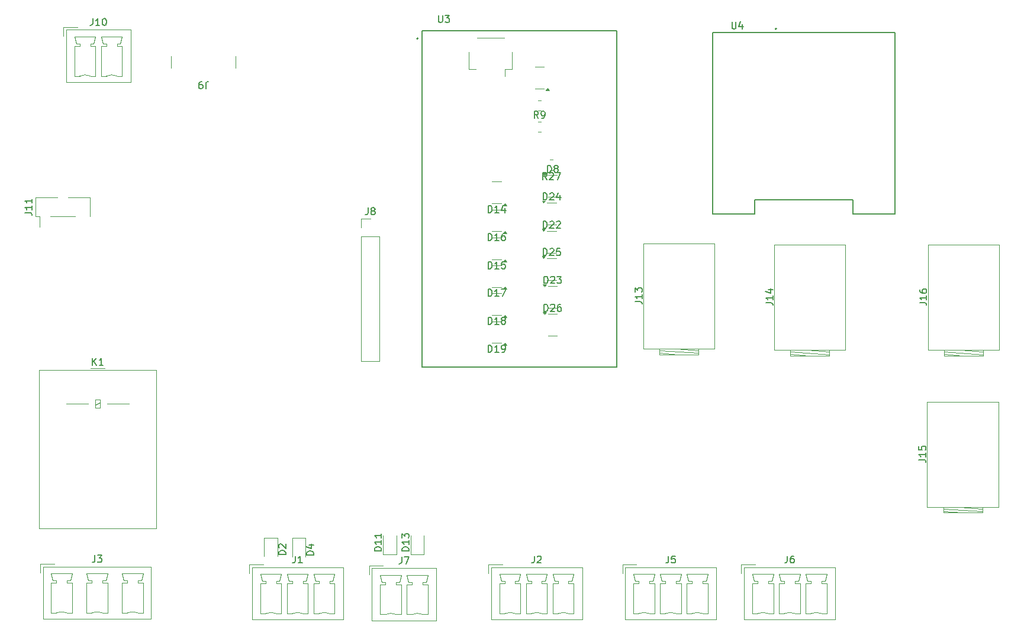
<source format=gbr>
%TF.GenerationSoftware,KiCad,Pcbnew,8.0.3*%
%TF.CreationDate,2024-07-13T16:10:20+00:00*%
%TF.ProjectId,jacuzzi,6a616375-7a7a-4692-9e6b-696361645f70,rev?*%
%TF.SameCoordinates,Original*%
%TF.FileFunction,Legend,Top*%
%TF.FilePolarity,Positive*%
%FSLAX46Y46*%
G04 Gerber Fmt 4.6, Leading zero omitted, Abs format (unit mm)*
G04 Created by KiCad (PCBNEW 8.0.3) date 2024-07-13 16:10:20*
%MOMM*%
%LPD*%
G01*
G04 APERTURE LIST*
%ADD10C,0.150000*%
%ADD11C,0.120000*%
%ADD12C,0.127000*%
%ADD13C,0.200000*%
G04 APERTURE END LIST*
D10*
X82071905Y-96154819D02*
X82071905Y-95154819D01*
X82643333Y-96154819D02*
X82214762Y-95583390D01*
X82643333Y-95154819D02*
X82071905Y-95726247D01*
X83595714Y-96154819D02*
X83024286Y-96154819D01*
X83310000Y-96154819D02*
X83310000Y-95154819D01*
X83310000Y-95154819D02*
X83214762Y-95297676D01*
X83214762Y-95297676D02*
X83119524Y-95392914D01*
X83119524Y-95392914D02*
X83024286Y-95440533D01*
X138658214Y-94304819D02*
X138658214Y-93304819D01*
X138658214Y-93304819D02*
X138896309Y-93304819D01*
X138896309Y-93304819D02*
X139039166Y-93352438D01*
X139039166Y-93352438D02*
X139134404Y-93447676D01*
X139134404Y-93447676D02*
X139182023Y-93542914D01*
X139182023Y-93542914D02*
X139229642Y-93733390D01*
X139229642Y-93733390D02*
X139229642Y-93876247D01*
X139229642Y-93876247D02*
X139182023Y-94066723D01*
X139182023Y-94066723D02*
X139134404Y-94161961D01*
X139134404Y-94161961D02*
X139039166Y-94257200D01*
X139039166Y-94257200D02*
X138896309Y-94304819D01*
X138896309Y-94304819D02*
X138658214Y-94304819D01*
X140182023Y-94304819D02*
X139610595Y-94304819D01*
X139896309Y-94304819D02*
X139896309Y-93304819D01*
X139896309Y-93304819D02*
X139801071Y-93447676D01*
X139801071Y-93447676D02*
X139705833Y-93542914D01*
X139705833Y-93542914D02*
X139610595Y-93590533D01*
X140658214Y-94304819D02*
X140848690Y-94304819D01*
X140848690Y-94304819D02*
X140943928Y-94257200D01*
X140943928Y-94257200D02*
X140991547Y-94209580D01*
X140991547Y-94209580D02*
X141086785Y-94066723D01*
X141086785Y-94066723D02*
X141134404Y-93876247D01*
X141134404Y-93876247D02*
X141134404Y-93495295D01*
X141134404Y-93495295D02*
X141086785Y-93400057D01*
X141086785Y-93400057D02*
X141039166Y-93352438D01*
X141039166Y-93352438D02*
X140943928Y-93304819D01*
X140943928Y-93304819D02*
X140753452Y-93304819D01*
X140753452Y-93304819D02*
X140658214Y-93352438D01*
X140658214Y-93352438D02*
X140610595Y-93400057D01*
X140610595Y-93400057D02*
X140562976Y-93495295D01*
X140562976Y-93495295D02*
X140562976Y-93733390D01*
X140562976Y-93733390D02*
X140610595Y-93828628D01*
X140610595Y-93828628D02*
X140658214Y-93876247D01*
X140658214Y-93876247D02*
X140753452Y-93923866D01*
X140753452Y-93923866D02*
X140943928Y-93923866D01*
X140943928Y-93923866D02*
X141039166Y-93876247D01*
X141039166Y-93876247D02*
X141086785Y-93828628D01*
X141086785Y-93828628D02*
X141134404Y-93733390D01*
X147134405Y-68554819D02*
X147134405Y-67554819D01*
X147134405Y-67554819D02*
X147372500Y-67554819D01*
X147372500Y-67554819D02*
X147515357Y-67602438D01*
X147515357Y-67602438D02*
X147610595Y-67697676D01*
X147610595Y-67697676D02*
X147658214Y-67792914D01*
X147658214Y-67792914D02*
X147705833Y-67983390D01*
X147705833Y-67983390D02*
X147705833Y-68126247D01*
X147705833Y-68126247D02*
X147658214Y-68316723D01*
X147658214Y-68316723D02*
X147610595Y-68411961D01*
X147610595Y-68411961D02*
X147515357Y-68507200D01*
X147515357Y-68507200D02*
X147372500Y-68554819D01*
X147372500Y-68554819D02*
X147134405Y-68554819D01*
X148277262Y-67983390D02*
X148182024Y-67935771D01*
X148182024Y-67935771D02*
X148134405Y-67888152D01*
X148134405Y-67888152D02*
X148086786Y-67792914D01*
X148086786Y-67792914D02*
X148086786Y-67745295D01*
X148086786Y-67745295D02*
X148134405Y-67650057D01*
X148134405Y-67650057D02*
X148182024Y-67602438D01*
X148182024Y-67602438D02*
X148277262Y-67554819D01*
X148277262Y-67554819D02*
X148467738Y-67554819D01*
X148467738Y-67554819D02*
X148562976Y-67602438D01*
X148562976Y-67602438D02*
X148610595Y-67650057D01*
X148610595Y-67650057D02*
X148658214Y-67745295D01*
X148658214Y-67745295D02*
X148658214Y-67792914D01*
X148658214Y-67792914D02*
X148610595Y-67888152D01*
X148610595Y-67888152D02*
X148562976Y-67935771D01*
X148562976Y-67935771D02*
X148467738Y-67983390D01*
X148467738Y-67983390D02*
X148277262Y-67983390D01*
X148277262Y-67983390D02*
X148182024Y-68031009D01*
X148182024Y-68031009D02*
X148134405Y-68078628D01*
X148134405Y-68078628D02*
X148086786Y-68173866D01*
X148086786Y-68173866D02*
X148086786Y-68364342D01*
X148086786Y-68364342D02*
X148134405Y-68459580D01*
X148134405Y-68459580D02*
X148182024Y-68507200D01*
X148182024Y-68507200D02*
X148277262Y-68554819D01*
X148277262Y-68554819D02*
X148467738Y-68554819D01*
X148467738Y-68554819D02*
X148562976Y-68507200D01*
X148562976Y-68507200D02*
X148610595Y-68459580D01*
X148610595Y-68459580D02*
X148658214Y-68364342D01*
X148658214Y-68364342D02*
X148658214Y-68173866D01*
X148658214Y-68173866D02*
X148610595Y-68078628D01*
X148610595Y-68078628D02*
X148562976Y-68031009D01*
X148562976Y-68031009D02*
X148467738Y-67983390D01*
X178364819Y-87209523D02*
X179079104Y-87209523D01*
X179079104Y-87209523D02*
X179221961Y-87257142D01*
X179221961Y-87257142D02*
X179317200Y-87352380D01*
X179317200Y-87352380D02*
X179364819Y-87495237D01*
X179364819Y-87495237D02*
X179364819Y-87590475D01*
X179364819Y-86209523D02*
X179364819Y-86780951D01*
X179364819Y-86495237D02*
X178364819Y-86495237D01*
X178364819Y-86495237D02*
X178507676Y-86590475D01*
X178507676Y-86590475D02*
X178602914Y-86685713D01*
X178602914Y-86685713D02*
X178650533Y-86780951D01*
X178698152Y-85352380D02*
X179364819Y-85352380D01*
X178317200Y-85590475D02*
X179031485Y-85828570D01*
X179031485Y-85828570D02*
X179031485Y-85209523D01*
X72394819Y-74309523D02*
X73109104Y-74309523D01*
X73109104Y-74309523D02*
X73251961Y-74357142D01*
X73251961Y-74357142D02*
X73347200Y-74452380D01*
X73347200Y-74452380D02*
X73394819Y-74595237D01*
X73394819Y-74595237D02*
X73394819Y-74690475D01*
X73394819Y-73309523D02*
X73394819Y-73880951D01*
X73394819Y-73595237D02*
X72394819Y-73595237D01*
X72394819Y-73595237D02*
X72537676Y-73690475D01*
X72537676Y-73690475D02*
X72632914Y-73785713D01*
X72632914Y-73785713D02*
X72680533Y-73880951D01*
X73394819Y-72357142D02*
X73394819Y-72928570D01*
X73394819Y-72642856D02*
X72394819Y-72642856D01*
X72394819Y-72642856D02*
X72537676Y-72738094D01*
X72537676Y-72738094D02*
X72632914Y-72833332D01*
X72632914Y-72833332D02*
X72680533Y-72928570D01*
X82396666Y-123404819D02*
X82396666Y-124119104D01*
X82396666Y-124119104D02*
X82349047Y-124261961D01*
X82349047Y-124261961D02*
X82253809Y-124357200D01*
X82253809Y-124357200D02*
X82110952Y-124404819D01*
X82110952Y-124404819D02*
X82015714Y-124404819D01*
X82777619Y-123404819D02*
X83396666Y-123404819D01*
X83396666Y-123404819D02*
X83063333Y-123785771D01*
X83063333Y-123785771D02*
X83206190Y-123785771D01*
X83206190Y-123785771D02*
X83301428Y-123833390D01*
X83301428Y-123833390D02*
X83349047Y-123881009D01*
X83349047Y-123881009D02*
X83396666Y-123976247D01*
X83396666Y-123976247D02*
X83396666Y-124214342D01*
X83396666Y-124214342D02*
X83349047Y-124309580D01*
X83349047Y-124309580D02*
X83301428Y-124357200D01*
X83301428Y-124357200D02*
X83206190Y-124404819D01*
X83206190Y-124404819D02*
X82920476Y-124404819D01*
X82920476Y-124404819D02*
X82825238Y-124357200D01*
X82825238Y-124357200D02*
X82777619Y-124309580D01*
X146533214Y-76554819D02*
X146533214Y-75554819D01*
X146533214Y-75554819D02*
X146771309Y-75554819D01*
X146771309Y-75554819D02*
X146914166Y-75602438D01*
X146914166Y-75602438D02*
X147009404Y-75697676D01*
X147009404Y-75697676D02*
X147057023Y-75792914D01*
X147057023Y-75792914D02*
X147104642Y-75983390D01*
X147104642Y-75983390D02*
X147104642Y-76126247D01*
X147104642Y-76126247D02*
X147057023Y-76316723D01*
X147057023Y-76316723D02*
X147009404Y-76411961D01*
X147009404Y-76411961D02*
X146914166Y-76507200D01*
X146914166Y-76507200D02*
X146771309Y-76554819D01*
X146771309Y-76554819D02*
X146533214Y-76554819D01*
X147485595Y-75650057D02*
X147533214Y-75602438D01*
X147533214Y-75602438D02*
X147628452Y-75554819D01*
X147628452Y-75554819D02*
X147866547Y-75554819D01*
X147866547Y-75554819D02*
X147961785Y-75602438D01*
X147961785Y-75602438D02*
X148009404Y-75650057D01*
X148009404Y-75650057D02*
X148057023Y-75745295D01*
X148057023Y-75745295D02*
X148057023Y-75840533D01*
X148057023Y-75840533D02*
X148009404Y-75983390D01*
X148009404Y-75983390D02*
X147437976Y-76554819D01*
X147437976Y-76554819D02*
X148057023Y-76554819D01*
X148437976Y-75650057D02*
X148485595Y-75602438D01*
X148485595Y-75602438D02*
X148580833Y-75554819D01*
X148580833Y-75554819D02*
X148818928Y-75554819D01*
X148818928Y-75554819D02*
X148914166Y-75602438D01*
X148914166Y-75602438D02*
X148961785Y-75650057D01*
X148961785Y-75650057D02*
X149009404Y-75745295D01*
X149009404Y-75745295D02*
X149009404Y-75840533D01*
X149009404Y-75840533D02*
X148961785Y-75983390D01*
X148961785Y-75983390D02*
X148390357Y-76554819D01*
X148390357Y-76554819D02*
X149009404Y-76554819D01*
X131553095Y-46054819D02*
X131553095Y-46864342D01*
X131553095Y-46864342D02*
X131600714Y-46959580D01*
X131600714Y-46959580D02*
X131648333Y-47007200D01*
X131648333Y-47007200D02*
X131743571Y-47054819D01*
X131743571Y-47054819D02*
X131934047Y-47054819D01*
X131934047Y-47054819D02*
X132029285Y-47007200D01*
X132029285Y-47007200D02*
X132076904Y-46959580D01*
X132076904Y-46959580D02*
X132124523Y-46864342D01*
X132124523Y-46864342D02*
X132124523Y-46054819D01*
X132505476Y-46054819D02*
X133124523Y-46054819D01*
X133124523Y-46054819D02*
X132791190Y-46435771D01*
X132791190Y-46435771D02*
X132934047Y-46435771D01*
X132934047Y-46435771D02*
X133029285Y-46483390D01*
X133029285Y-46483390D02*
X133076904Y-46531009D01*
X133076904Y-46531009D02*
X133124523Y-46626247D01*
X133124523Y-46626247D02*
X133124523Y-46864342D01*
X133124523Y-46864342D02*
X133076904Y-46959580D01*
X133076904Y-46959580D02*
X133029285Y-47007200D01*
X133029285Y-47007200D02*
X132934047Y-47054819D01*
X132934047Y-47054819D02*
X132648333Y-47054819D01*
X132648333Y-47054819D02*
X132553095Y-47007200D01*
X132553095Y-47007200D02*
X132505476Y-46959580D01*
X145833333Y-60804819D02*
X145500000Y-60328628D01*
X145261905Y-60804819D02*
X145261905Y-59804819D01*
X145261905Y-59804819D02*
X145642857Y-59804819D01*
X145642857Y-59804819D02*
X145738095Y-59852438D01*
X145738095Y-59852438D02*
X145785714Y-59900057D01*
X145785714Y-59900057D02*
X145833333Y-59995295D01*
X145833333Y-59995295D02*
X145833333Y-60138152D01*
X145833333Y-60138152D02*
X145785714Y-60233390D01*
X145785714Y-60233390D02*
X145738095Y-60281009D01*
X145738095Y-60281009D02*
X145642857Y-60328628D01*
X145642857Y-60328628D02*
X145261905Y-60328628D01*
X146309524Y-60804819D02*
X146500000Y-60804819D01*
X146500000Y-60804819D02*
X146595238Y-60757200D01*
X146595238Y-60757200D02*
X146642857Y-60709580D01*
X146642857Y-60709580D02*
X146738095Y-60566723D01*
X146738095Y-60566723D02*
X146785714Y-60376247D01*
X146785714Y-60376247D02*
X146785714Y-59995295D01*
X146785714Y-59995295D02*
X146738095Y-59900057D01*
X146738095Y-59900057D02*
X146690476Y-59852438D01*
X146690476Y-59852438D02*
X146595238Y-59804819D01*
X146595238Y-59804819D02*
X146404762Y-59804819D01*
X146404762Y-59804819D02*
X146309524Y-59852438D01*
X146309524Y-59852438D02*
X146261905Y-59900057D01*
X146261905Y-59900057D02*
X146214286Y-59995295D01*
X146214286Y-59995295D02*
X146214286Y-60233390D01*
X146214286Y-60233390D02*
X146261905Y-60328628D01*
X146261905Y-60328628D02*
X146309524Y-60376247D01*
X146309524Y-60376247D02*
X146404762Y-60423866D01*
X146404762Y-60423866D02*
X146595238Y-60423866D01*
X146595238Y-60423866D02*
X146690476Y-60376247D01*
X146690476Y-60376247D02*
X146738095Y-60328628D01*
X146738095Y-60328628D02*
X146785714Y-60233390D01*
X138658214Y-90304819D02*
X138658214Y-89304819D01*
X138658214Y-89304819D02*
X138896309Y-89304819D01*
X138896309Y-89304819D02*
X139039166Y-89352438D01*
X139039166Y-89352438D02*
X139134404Y-89447676D01*
X139134404Y-89447676D02*
X139182023Y-89542914D01*
X139182023Y-89542914D02*
X139229642Y-89733390D01*
X139229642Y-89733390D02*
X139229642Y-89876247D01*
X139229642Y-89876247D02*
X139182023Y-90066723D01*
X139182023Y-90066723D02*
X139134404Y-90161961D01*
X139134404Y-90161961D02*
X139039166Y-90257200D01*
X139039166Y-90257200D02*
X138896309Y-90304819D01*
X138896309Y-90304819D02*
X138658214Y-90304819D01*
X140182023Y-90304819D02*
X139610595Y-90304819D01*
X139896309Y-90304819D02*
X139896309Y-89304819D01*
X139896309Y-89304819D02*
X139801071Y-89447676D01*
X139801071Y-89447676D02*
X139705833Y-89542914D01*
X139705833Y-89542914D02*
X139610595Y-89590533D01*
X140753452Y-89733390D02*
X140658214Y-89685771D01*
X140658214Y-89685771D02*
X140610595Y-89638152D01*
X140610595Y-89638152D02*
X140562976Y-89542914D01*
X140562976Y-89542914D02*
X140562976Y-89495295D01*
X140562976Y-89495295D02*
X140610595Y-89400057D01*
X140610595Y-89400057D02*
X140658214Y-89352438D01*
X140658214Y-89352438D02*
X140753452Y-89304819D01*
X140753452Y-89304819D02*
X140943928Y-89304819D01*
X140943928Y-89304819D02*
X141039166Y-89352438D01*
X141039166Y-89352438D02*
X141086785Y-89400057D01*
X141086785Y-89400057D02*
X141134404Y-89495295D01*
X141134404Y-89495295D02*
X141134404Y-89542914D01*
X141134404Y-89542914D02*
X141086785Y-89638152D01*
X141086785Y-89638152D02*
X141039166Y-89685771D01*
X141039166Y-89685771D02*
X140943928Y-89733390D01*
X140943928Y-89733390D02*
X140753452Y-89733390D01*
X140753452Y-89733390D02*
X140658214Y-89781009D01*
X140658214Y-89781009D02*
X140610595Y-89828628D01*
X140610595Y-89828628D02*
X140562976Y-89923866D01*
X140562976Y-89923866D02*
X140562976Y-90114342D01*
X140562976Y-90114342D02*
X140610595Y-90209580D01*
X140610595Y-90209580D02*
X140658214Y-90257200D01*
X140658214Y-90257200D02*
X140753452Y-90304819D01*
X140753452Y-90304819D02*
X140943928Y-90304819D01*
X140943928Y-90304819D02*
X141039166Y-90257200D01*
X141039166Y-90257200D02*
X141086785Y-90209580D01*
X141086785Y-90209580D02*
X141134404Y-90114342D01*
X141134404Y-90114342D02*
X141134404Y-89923866D01*
X141134404Y-89923866D02*
X141086785Y-89828628D01*
X141086785Y-89828628D02*
X141039166Y-89781009D01*
X141039166Y-89781009D02*
X140943928Y-89733390D01*
X200264819Y-109709523D02*
X200979104Y-109709523D01*
X200979104Y-109709523D02*
X201121961Y-109757142D01*
X201121961Y-109757142D02*
X201217200Y-109852380D01*
X201217200Y-109852380D02*
X201264819Y-109995237D01*
X201264819Y-109995237D02*
X201264819Y-110090475D01*
X201264819Y-108709523D02*
X201264819Y-109280951D01*
X201264819Y-108995237D02*
X200264819Y-108995237D01*
X200264819Y-108995237D02*
X200407676Y-109090475D01*
X200407676Y-109090475D02*
X200502914Y-109185713D01*
X200502914Y-109185713D02*
X200550533Y-109280951D01*
X200264819Y-107804761D02*
X200264819Y-108280951D01*
X200264819Y-108280951D02*
X200741009Y-108328570D01*
X200741009Y-108328570D02*
X200693390Y-108280951D01*
X200693390Y-108280951D02*
X200645771Y-108185713D01*
X200645771Y-108185713D02*
X200645771Y-107947618D01*
X200645771Y-107947618D02*
X200693390Y-107852380D01*
X200693390Y-107852380D02*
X200741009Y-107804761D01*
X200741009Y-107804761D02*
X200836247Y-107757142D01*
X200836247Y-107757142D02*
X201074342Y-107757142D01*
X201074342Y-107757142D02*
X201169580Y-107804761D01*
X201169580Y-107804761D02*
X201217200Y-107852380D01*
X201217200Y-107852380D02*
X201264819Y-107947618D01*
X201264819Y-107947618D02*
X201264819Y-108185713D01*
X201264819Y-108185713D02*
X201217200Y-108280951D01*
X201217200Y-108280951D02*
X201169580Y-108328570D01*
X127339819Y-122776785D02*
X126339819Y-122776785D01*
X126339819Y-122776785D02*
X126339819Y-122538690D01*
X126339819Y-122538690D02*
X126387438Y-122395833D01*
X126387438Y-122395833D02*
X126482676Y-122300595D01*
X126482676Y-122300595D02*
X126577914Y-122252976D01*
X126577914Y-122252976D02*
X126768390Y-122205357D01*
X126768390Y-122205357D02*
X126911247Y-122205357D01*
X126911247Y-122205357D02*
X127101723Y-122252976D01*
X127101723Y-122252976D02*
X127196961Y-122300595D01*
X127196961Y-122300595D02*
X127292200Y-122395833D01*
X127292200Y-122395833D02*
X127339819Y-122538690D01*
X127339819Y-122538690D02*
X127339819Y-122776785D01*
X127339819Y-121252976D02*
X127339819Y-121824404D01*
X127339819Y-121538690D02*
X126339819Y-121538690D01*
X126339819Y-121538690D02*
X126482676Y-121633928D01*
X126482676Y-121633928D02*
X126577914Y-121729166D01*
X126577914Y-121729166D02*
X126625533Y-121824404D01*
X126339819Y-120919642D02*
X126339819Y-120300595D01*
X126339819Y-120300595D02*
X126720771Y-120633928D01*
X126720771Y-120633928D02*
X126720771Y-120491071D01*
X126720771Y-120491071D02*
X126768390Y-120395833D01*
X126768390Y-120395833D02*
X126816009Y-120348214D01*
X126816009Y-120348214D02*
X126911247Y-120300595D01*
X126911247Y-120300595D02*
X127149342Y-120300595D01*
X127149342Y-120300595D02*
X127244580Y-120348214D01*
X127244580Y-120348214D02*
X127292200Y-120395833D01*
X127292200Y-120395833D02*
X127339819Y-120491071D01*
X127339819Y-120491071D02*
X127339819Y-120776785D01*
X127339819Y-120776785D02*
X127292200Y-120872023D01*
X127292200Y-120872023D02*
X127244580Y-120919642D01*
X123389819Y-122776785D02*
X122389819Y-122776785D01*
X122389819Y-122776785D02*
X122389819Y-122538690D01*
X122389819Y-122538690D02*
X122437438Y-122395833D01*
X122437438Y-122395833D02*
X122532676Y-122300595D01*
X122532676Y-122300595D02*
X122627914Y-122252976D01*
X122627914Y-122252976D02*
X122818390Y-122205357D01*
X122818390Y-122205357D02*
X122961247Y-122205357D01*
X122961247Y-122205357D02*
X123151723Y-122252976D01*
X123151723Y-122252976D02*
X123246961Y-122300595D01*
X123246961Y-122300595D02*
X123342200Y-122395833D01*
X123342200Y-122395833D02*
X123389819Y-122538690D01*
X123389819Y-122538690D02*
X123389819Y-122776785D01*
X123389819Y-121252976D02*
X123389819Y-121824404D01*
X123389819Y-121538690D02*
X122389819Y-121538690D01*
X122389819Y-121538690D02*
X122532676Y-121633928D01*
X122532676Y-121633928D02*
X122627914Y-121729166D01*
X122627914Y-121729166D02*
X122675533Y-121824404D01*
X123389819Y-120300595D02*
X123389819Y-120872023D01*
X123389819Y-120586309D02*
X122389819Y-120586309D01*
X122389819Y-120586309D02*
X122532676Y-120681547D01*
X122532676Y-120681547D02*
X122627914Y-120776785D01*
X122627914Y-120776785D02*
X122675533Y-120872023D01*
X111061666Y-123504819D02*
X111061666Y-124219104D01*
X111061666Y-124219104D02*
X111014047Y-124361961D01*
X111014047Y-124361961D02*
X110918809Y-124457200D01*
X110918809Y-124457200D02*
X110775952Y-124504819D01*
X110775952Y-124504819D02*
X110680714Y-124504819D01*
X112061666Y-124504819D02*
X111490238Y-124504819D01*
X111775952Y-124504819D02*
X111775952Y-123504819D01*
X111775952Y-123504819D02*
X111680714Y-123647676D01*
X111680714Y-123647676D02*
X111585476Y-123742914D01*
X111585476Y-123742914D02*
X111490238Y-123790533D01*
X164441666Y-123504819D02*
X164441666Y-124219104D01*
X164441666Y-124219104D02*
X164394047Y-124361961D01*
X164394047Y-124361961D02*
X164298809Y-124457200D01*
X164298809Y-124457200D02*
X164155952Y-124504819D01*
X164155952Y-124504819D02*
X164060714Y-124504819D01*
X165394047Y-123504819D02*
X164917857Y-123504819D01*
X164917857Y-123504819D02*
X164870238Y-123981009D01*
X164870238Y-123981009D02*
X164917857Y-123933390D01*
X164917857Y-123933390D02*
X165013095Y-123885771D01*
X165013095Y-123885771D02*
X165251190Y-123885771D01*
X165251190Y-123885771D02*
X165346428Y-123933390D01*
X165346428Y-123933390D02*
X165394047Y-123981009D01*
X165394047Y-123981009D02*
X165441666Y-124076247D01*
X165441666Y-124076247D02*
X165441666Y-124314342D01*
X165441666Y-124314342D02*
X165394047Y-124409580D01*
X165394047Y-124409580D02*
X165346428Y-124457200D01*
X165346428Y-124457200D02*
X165251190Y-124504819D01*
X165251190Y-124504819D02*
X165013095Y-124504819D01*
X165013095Y-124504819D02*
X164917857Y-124457200D01*
X164917857Y-124457200D02*
X164870238Y-124409580D01*
X200364819Y-87209523D02*
X201079104Y-87209523D01*
X201079104Y-87209523D02*
X201221961Y-87257142D01*
X201221961Y-87257142D02*
X201317200Y-87352380D01*
X201317200Y-87352380D02*
X201364819Y-87495237D01*
X201364819Y-87495237D02*
X201364819Y-87590475D01*
X201364819Y-86209523D02*
X201364819Y-86780951D01*
X201364819Y-86495237D02*
X200364819Y-86495237D01*
X200364819Y-86495237D02*
X200507676Y-86590475D01*
X200507676Y-86590475D02*
X200602914Y-86685713D01*
X200602914Y-86685713D02*
X200650533Y-86780951D01*
X200364819Y-85352380D02*
X200364819Y-85542856D01*
X200364819Y-85542856D02*
X200412438Y-85638094D01*
X200412438Y-85638094D02*
X200460057Y-85685713D01*
X200460057Y-85685713D02*
X200602914Y-85780951D01*
X200602914Y-85780951D02*
X200793390Y-85828570D01*
X200793390Y-85828570D02*
X201174342Y-85828570D01*
X201174342Y-85828570D02*
X201269580Y-85780951D01*
X201269580Y-85780951D02*
X201317200Y-85733332D01*
X201317200Y-85733332D02*
X201364819Y-85638094D01*
X201364819Y-85638094D02*
X201364819Y-85447618D01*
X201364819Y-85447618D02*
X201317200Y-85352380D01*
X201317200Y-85352380D02*
X201269580Y-85304761D01*
X201269580Y-85304761D02*
X201174342Y-85257142D01*
X201174342Y-85257142D02*
X200936247Y-85257142D01*
X200936247Y-85257142D02*
X200841009Y-85304761D01*
X200841009Y-85304761D02*
X200793390Y-85352380D01*
X200793390Y-85352380D02*
X200745771Y-85447618D01*
X200745771Y-85447618D02*
X200745771Y-85638094D01*
X200745771Y-85638094D02*
X200793390Y-85733332D01*
X200793390Y-85733332D02*
X200841009Y-85780951D01*
X200841009Y-85780951D02*
X200936247Y-85828570D01*
X109689819Y-123300594D02*
X108689819Y-123300594D01*
X108689819Y-123300594D02*
X108689819Y-123062499D01*
X108689819Y-123062499D02*
X108737438Y-122919642D01*
X108737438Y-122919642D02*
X108832676Y-122824404D01*
X108832676Y-122824404D02*
X108927914Y-122776785D01*
X108927914Y-122776785D02*
X109118390Y-122729166D01*
X109118390Y-122729166D02*
X109261247Y-122729166D01*
X109261247Y-122729166D02*
X109451723Y-122776785D01*
X109451723Y-122776785D02*
X109546961Y-122824404D01*
X109546961Y-122824404D02*
X109642200Y-122919642D01*
X109642200Y-122919642D02*
X109689819Y-123062499D01*
X109689819Y-123062499D02*
X109689819Y-123300594D01*
X108785057Y-122348213D02*
X108737438Y-122300594D01*
X108737438Y-122300594D02*
X108689819Y-122205356D01*
X108689819Y-122205356D02*
X108689819Y-121967261D01*
X108689819Y-121967261D02*
X108737438Y-121872023D01*
X108737438Y-121872023D02*
X108785057Y-121824404D01*
X108785057Y-121824404D02*
X108880295Y-121776785D01*
X108880295Y-121776785D02*
X108975533Y-121776785D01*
X108975533Y-121776785D02*
X109118390Y-121824404D01*
X109118390Y-121824404D02*
X109689819Y-122395832D01*
X109689819Y-122395832D02*
X109689819Y-121776785D01*
X126291666Y-123629819D02*
X126291666Y-124344104D01*
X126291666Y-124344104D02*
X126244047Y-124486961D01*
X126244047Y-124486961D02*
X126148809Y-124582200D01*
X126148809Y-124582200D02*
X126005952Y-124629819D01*
X126005952Y-124629819D02*
X125910714Y-124629819D01*
X126672619Y-123629819D02*
X127339285Y-123629819D01*
X127339285Y-123629819D02*
X126910714Y-124629819D01*
X138658214Y-82354819D02*
X138658214Y-81354819D01*
X138658214Y-81354819D02*
X138896309Y-81354819D01*
X138896309Y-81354819D02*
X139039166Y-81402438D01*
X139039166Y-81402438D02*
X139134404Y-81497676D01*
X139134404Y-81497676D02*
X139182023Y-81592914D01*
X139182023Y-81592914D02*
X139229642Y-81783390D01*
X139229642Y-81783390D02*
X139229642Y-81926247D01*
X139229642Y-81926247D02*
X139182023Y-82116723D01*
X139182023Y-82116723D02*
X139134404Y-82211961D01*
X139134404Y-82211961D02*
X139039166Y-82307200D01*
X139039166Y-82307200D02*
X138896309Y-82354819D01*
X138896309Y-82354819D02*
X138658214Y-82354819D01*
X140182023Y-82354819D02*
X139610595Y-82354819D01*
X139896309Y-82354819D02*
X139896309Y-81354819D01*
X139896309Y-81354819D02*
X139801071Y-81497676D01*
X139801071Y-81497676D02*
X139705833Y-81592914D01*
X139705833Y-81592914D02*
X139610595Y-81640533D01*
X141086785Y-81354819D02*
X140610595Y-81354819D01*
X140610595Y-81354819D02*
X140562976Y-81831009D01*
X140562976Y-81831009D02*
X140610595Y-81783390D01*
X140610595Y-81783390D02*
X140705833Y-81735771D01*
X140705833Y-81735771D02*
X140943928Y-81735771D01*
X140943928Y-81735771D02*
X141039166Y-81783390D01*
X141039166Y-81783390D02*
X141086785Y-81831009D01*
X141086785Y-81831009D02*
X141134404Y-81926247D01*
X141134404Y-81926247D02*
X141134404Y-82164342D01*
X141134404Y-82164342D02*
X141086785Y-82259580D01*
X141086785Y-82259580D02*
X141039166Y-82307200D01*
X141039166Y-82307200D02*
X140943928Y-82354819D01*
X140943928Y-82354819D02*
X140705833Y-82354819D01*
X140705833Y-82354819D02*
X140610595Y-82307200D01*
X140610595Y-82307200D02*
X140562976Y-82259580D01*
X138658214Y-86304819D02*
X138658214Y-85304819D01*
X138658214Y-85304819D02*
X138896309Y-85304819D01*
X138896309Y-85304819D02*
X139039166Y-85352438D01*
X139039166Y-85352438D02*
X139134404Y-85447676D01*
X139134404Y-85447676D02*
X139182023Y-85542914D01*
X139182023Y-85542914D02*
X139229642Y-85733390D01*
X139229642Y-85733390D02*
X139229642Y-85876247D01*
X139229642Y-85876247D02*
X139182023Y-86066723D01*
X139182023Y-86066723D02*
X139134404Y-86161961D01*
X139134404Y-86161961D02*
X139039166Y-86257200D01*
X139039166Y-86257200D02*
X138896309Y-86304819D01*
X138896309Y-86304819D02*
X138658214Y-86304819D01*
X140182023Y-86304819D02*
X139610595Y-86304819D01*
X139896309Y-86304819D02*
X139896309Y-85304819D01*
X139896309Y-85304819D02*
X139801071Y-85447676D01*
X139801071Y-85447676D02*
X139705833Y-85542914D01*
X139705833Y-85542914D02*
X139610595Y-85590533D01*
X140515357Y-85304819D02*
X141182023Y-85304819D01*
X141182023Y-85304819D02*
X140753452Y-86304819D01*
X159664819Y-87039523D02*
X160379104Y-87039523D01*
X160379104Y-87039523D02*
X160521961Y-87087142D01*
X160521961Y-87087142D02*
X160617200Y-87182380D01*
X160617200Y-87182380D02*
X160664819Y-87325237D01*
X160664819Y-87325237D02*
X160664819Y-87420475D01*
X160664819Y-86039523D02*
X160664819Y-86610951D01*
X160664819Y-86325237D02*
X159664819Y-86325237D01*
X159664819Y-86325237D02*
X159807676Y-86420475D01*
X159807676Y-86420475D02*
X159902914Y-86515713D01*
X159902914Y-86515713D02*
X159950533Y-86610951D01*
X159664819Y-85706189D02*
X159664819Y-85087142D01*
X159664819Y-85087142D02*
X160045771Y-85420475D01*
X160045771Y-85420475D02*
X160045771Y-85277618D01*
X160045771Y-85277618D02*
X160093390Y-85182380D01*
X160093390Y-85182380D02*
X160141009Y-85134761D01*
X160141009Y-85134761D02*
X160236247Y-85087142D01*
X160236247Y-85087142D02*
X160474342Y-85087142D01*
X160474342Y-85087142D02*
X160569580Y-85134761D01*
X160569580Y-85134761D02*
X160617200Y-85182380D01*
X160617200Y-85182380D02*
X160664819Y-85277618D01*
X160664819Y-85277618D02*
X160664819Y-85563332D01*
X160664819Y-85563332D02*
X160617200Y-85658570D01*
X160617200Y-85658570D02*
X160569580Y-85706189D01*
X146533214Y-72504819D02*
X146533214Y-71504819D01*
X146533214Y-71504819D02*
X146771309Y-71504819D01*
X146771309Y-71504819D02*
X146914166Y-71552438D01*
X146914166Y-71552438D02*
X147009404Y-71647676D01*
X147009404Y-71647676D02*
X147057023Y-71742914D01*
X147057023Y-71742914D02*
X147104642Y-71933390D01*
X147104642Y-71933390D02*
X147104642Y-72076247D01*
X147104642Y-72076247D02*
X147057023Y-72266723D01*
X147057023Y-72266723D02*
X147009404Y-72361961D01*
X147009404Y-72361961D02*
X146914166Y-72457200D01*
X146914166Y-72457200D02*
X146771309Y-72504819D01*
X146771309Y-72504819D02*
X146533214Y-72504819D01*
X147485595Y-71600057D02*
X147533214Y-71552438D01*
X147533214Y-71552438D02*
X147628452Y-71504819D01*
X147628452Y-71504819D02*
X147866547Y-71504819D01*
X147866547Y-71504819D02*
X147961785Y-71552438D01*
X147961785Y-71552438D02*
X148009404Y-71600057D01*
X148009404Y-71600057D02*
X148057023Y-71695295D01*
X148057023Y-71695295D02*
X148057023Y-71790533D01*
X148057023Y-71790533D02*
X148009404Y-71933390D01*
X148009404Y-71933390D02*
X147437976Y-72504819D01*
X147437976Y-72504819D02*
X148057023Y-72504819D01*
X148914166Y-71838152D02*
X148914166Y-72504819D01*
X148676071Y-71457200D02*
X148437976Y-72171485D01*
X148437976Y-72171485D02*
X149057023Y-72171485D01*
X146533214Y-80454819D02*
X146533214Y-79454819D01*
X146533214Y-79454819D02*
X146771309Y-79454819D01*
X146771309Y-79454819D02*
X146914166Y-79502438D01*
X146914166Y-79502438D02*
X147009404Y-79597676D01*
X147009404Y-79597676D02*
X147057023Y-79692914D01*
X147057023Y-79692914D02*
X147104642Y-79883390D01*
X147104642Y-79883390D02*
X147104642Y-80026247D01*
X147104642Y-80026247D02*
X147057023Y-80216723D01*
X147057023Y-80216723D02*
X147009404Y-80311961D01*
X147009404Y-80311961D02*
X146914166Y-80407200D01*
X146914166Y-80407200D02*
X146771309Y-80454819D01*
X146771309Y-80454819D02*
X146533214Y-80454819D01*
X147485595Y-79550057D02*
X147533214Y-79502438D01*
X147533214Y-79502438D02*
X147628452Y-79454819D01*
X147628452Y-79454819D02*
X147866547Y-79454819D01*
X147866547Y-79454819D02*
X147961785Y-79502438D01*
X147961785Y-79502438D02*
X148009404Y-79550057D01*
X148009404Y-79550057D02*
X148057023Y-79645295D01*
X148057023Y-79645295D02*
X148057023Y-79740533D01*
X148057023Y-79740533D02*
X148009404Y-79883390D01*
X148009404Y-79883390D02*
X147437976Y-80454819D01*
X147437976Y-80454819D02*
X148057023Y-80454819D01*
X148961785Y-79454819D02*
X148485595Y-79454819D01*
X148485595Y-79454819D02*
X148437976Y-79931009D01*
X148437976Y-79931009D02*
X148485595Y-79883390D01*
X148485595Y-79883390D02*
X148580833Y-79835771D01*
X148580833Y-79835771D02*
X148818928Y-79835771D01*
X148818928Y-79835771D02*
X148914166Y-79883390D01*
X148914166Y-79883390D02*
X148961785Y-79931009D01*
X148961785Y-79931009D02*
X149009404Y-80026247D01*
X149009404Y-80026247D02*
X149009404Y-80264342D01*
X149009404Y-80264342D02*
X148961785Y-80359580D01*
X148961785Y-80359580D02*
X148914166Y-80407200D01*
X148914166Y-80407200D02*
X148818928Y-80454819D01*
X148818928Y-80454819D02*
X148580833Y-80454819D01*
X148580833Y-80454819D02*
X148485595Y-80407200D01*
X148485595Y-80407200D02*
X148437976Y-80359580D01*
X173523095Y-46984819D02*
X173523095Y-47794342D01*
X173523095Y-47794342D02*
X173570714Y-47889580D01*
X173570714Y-47889580D02*
X173618333Y-47937200D01*
X173618333Y-47937200D02*
X173713571Y-47984819D01*
X173713571Y-47984819D02*
X173904047Y-47984819D01*
X173904047Y-47984819D02*
X173999285Y-47937200D01*
X173999285Y-47937200D02*
X174046904Y-47889580D01*
X174046904Y-47889580D02*
X174094523Y-47794342D01*
X174094523Y-47794342D02*
X174094523Y-46984819D01*
X174999285Y-47318152D02*
X174999285Y-47984819D01*
X174761190Y-46937200D02*
X174523095Y-47651485D01*
X174523095Y-47651485D02*
X175142142Y-47651485D01*
X138658214Y-78304819D02*
X138658214Y-77304819D01*
X138658214Y-77304819D02*
X138896309Y-77304819D01*
X138896309Y-77304819D02*
X139039166Y-77352438D01*
X139039166Y-77352438D02*
X139134404Y-77447676D01*
X139134404Y-77447676D02*
X139182023Y-77542914D01*
X139182023Y-77542914D02*
X139229642Y-77733390D01*
X139229642Y-77733390D02*
X139229642Y-77876247D01*
X139229642Y-77876247D02*
X139182023Y-78066723D01*
X139182023Y-78066723D02*
X139134404Y-78161961D01*
X139134404Y-78161961D02*
X139039166Y-78257200D01*
X139039166Y-78257200D02*
X138896309Y-78304819D01*
X138896309Y-78304819D02*
X138658214Y-78304819D01*
X140182023Y-78304819D02*
X139610595Y-78304819D01*
X139896309Y-78304819D02*
X139896309Y-77304819D01*
X139896309Y-77304819D02*
X139801071Y-77447676D01*
X139801071Y-77447676D02*
X139705833Y-77542914D01*
X139705833Y-77542914D02*
X139610595Y-77590533D01*
X141039166Y-77304819D02*
X140848690Y-77304819D01*
X140848690Y-77304819D02*
X140753452Y-77352438D01*
X140753452Y-77352438D02*
X140705833Y-77400057D01*
X140705833Y-77400057D02*
X140610595Y-77542914D01*
X140610595Y-77542914D02*
X140562976Y-77733390D01*
X140562976Y-77733390D02*
X140562976Y-78114342D01*
X140562976Y-78114342D02*
X140610595Y-78209580D01*
X140610595Y-78209580D02*
X140658214Y-78257200D01*
X140658214Y-78257200D02*
X140753452Y-78304819D01*
X140753452Y-78304819D02*
X140943928Y-78304819D01*
X140943928Y-78304819D02*
X141039166Y-78257200D01*
X141039166Y-78257200D02*
X141086785Y-78209580D01*
X141086785Y-78209580D02*
X141134404Y-78114342D01*
X141134404Y-78114342D02*
X141134404Y-77876247D01*
X141134404Y-77876247D02*
X141086785Y-77781009D01*
X141086785Y-77781009D02*
X141039166Y-77733390D01*
X141039166Y-77733390D02*
X140943928Y-77685771D01*
X140943928Y-77685771D02*
X140753452Y-77685771D01*
X140753452Y-77685771D02*
X140658214Y-77733390D01*
X140658214Y-77733390D02*
X140610595Y-77781009D01*
X140610595Y-77781009D02*
X140562976Y-77876247D01*
X121476666Y-73624819D02*
X121476666Y-74339104D01*
X121476666Y-74339104D02*
X121429047Y-74481961D01*
X121429047Y-74481961D02*
X121333809Y-74577200D01*
X121333809Y-74577200D02*
X121190952Y-74624819D01*
X121190952Y-74624819D02*
X121095714Y-74624819D01*
X122095714Y-74053390D02*
X122000476Y-74005771D01*
X122000476Y-74005771D02*
X121952857Y-73958152D01*
X121952857Y-73958152D02*
X121905238Y-73862914D01*
X121905238Y-73862914D02*
X121905238Y-73815295D01*
X121905238Y-73815295D02*
X121952857Y-73720057D01*
X121952857Y-73720057D02*
X122000476Y-73672438D01*
X122000476Y-73672438D02*
X122095714Y-73624819D01*
X122095714Y-73624819D02*
X122286190Y-73624819D01*
X122286190Y-73624819D02*
X122381428Y-73672438D01*
X122381428Y-73672438D02*
X122429047Y-73720057D01*
X122429047Y-73720057D02*
X122476666Y-73815295D01*
X122476666Y-73815295D02*
X122476666Y-73862914D01*
X122476666Y-73862914D02*
X122429047Y-73958152D01*
X122429047Y-73958152D02*
X122381428Y-74005771D01*
X122381428Y-74005771D02*
X122286190Y-74053390D01*
X122286190Y-74053390D02*
X122095714Y-74053390D01*
X122095714Y-74053390D02*
X122000476Y-74101009D01*
X122000476Y-74101009D02*
X121952857Y-74148628D01*
X121952857Y-74148628D02*
X121905238Y-74243866D01*
X121905238Y-74243866D02*
X121905238Y-74434342D01*
X121905238Y-74434342D02*
X121952857Y-74529580D01*
X121952857Y-74529580D02*
X122000476Y-74577200D01*
X122000476Y-74577200D02*
X122095714Y-74624819D01*
X122095714Y-74624819D02*
X122286190Y-74624819D01*
X122286190Y-74624819D02*
X122381428Y-74577200D01*
X122381428Y-74577200D02*
X122429047Y-74529580D01*
X122429047Y-74529580D02*
X122476666Y-74434342D01*
X122476666Y-74434342D02*
X122476666Y-74243866D01*
X122476666Y-74243866D02*
X122429047Y-74148628D01*
X122429047Y-74148628D02*
X122381428Y-74101009D01*
X122381428Y-74101009D02*
X122286190Y-74053390D01*
X181441666Y-123504819D02*
X181441666Y-124219104D01*
X181441666Y-124219104D02*
X181394047Y-124361961D01*
X181394047Y-124361961D02*
X181298809Y-124457200D01*
X181298809Y-124457200D02*
X181155952Y-124504819D01*
X181155952Y-124504819D02*
X181060714Y-124504819D01*
X182346428Y-123504819D02*
X182155952Y-123504819D01*
X182155952Y-123504819D02*
X182060714Y-123552438D01*
X182060714Y-123552438D02*
X182013095Y-123600057D01*
X182013095Y-123600057D02*
X181917857Y-123742914D01*
X181917857Y-123742914D02*
X181870238Y-123933390D01*
X181870238Y-123933390D02*
X181870238Y-124314342D01*
X181870238Y-124314342D02*
X181917857Y-124409580D01*
X181917857Y-124409580D02*
X181965476Y-124457200D01*
X181965476Y-124457200D02*
X182060714Y-124504819D01*
X182060714Y-124504819D02*
X182251190Y-124504819D01*
X182251190Y-124504819D02*
X182346428Y-124457200D01*
X182346428Y-124457200D02*
X182394047Y-124409580D01*
X182394047Y-124409580D02*
X182441666Y-124314342D01*
X182441666Y-124314342D02*
X182441666Y-124076247D01*
X182441666Y-124076247D02*
X182394047Y-123981009D01*
X182394047Y-123981009D02*
X182346428Y-123933390D01*
X182346428Y-123933390D02*
X182251190Y-123885771D01*
X182251190Y-123885771D02*
X182060714Y-123885771D01*
X182060714Y-123885771D02*
X181965476Y-123933390D01*
X181965476Y-123933390D02*
X181917857Y-123981009D01*
X181917857Y-123981009D02*
X181870238Y-124076247D01*
X147079642Y-69604819D02*
X146746309Y-69128628D01*
X146508214Y-69604819D02*
X146508214Y-68604819D01*
X146508214Y-68604819D02*
X146889166Y-68604819D01*
X146889166Y-68604819D02*
X146984404Y-68652438D01*
X146984404Y-68652438D02*
X147032023Y-68700057D01*
X147032023Y-68700057D02*
X147079642Y-68795295D01*
X147079642Y-68795295D02*
X147079642Y-68938152D01*
X147079642Y-68938152D02*
X147032023Y-69033390D01*
X147032023Y-69033390D02*
X146984404Y-69081009D01*
X146984404Y-69081009D02*
X146889166Y-69128628D01*
X146889166Y-69128628D02*
X146508214Y-69128628D01*
X147460595Y-68700057D02*
X147508214Y-68652438D01*
X147508214Y-68652438D02*
X147603452Y-68604819D01*
X147603452Y-68604819D02*
X147841547Y-68604819D01*
X147841547Y-68604819D02*
X147936785Y-68652438D01*
X147936785Y-68652438D02*
X147984404Y-68700057D01*
X147984404Y-68700057D02*
X148032023Y-68795295D01*
X148032023Y-68795295D02*
X148032023Y-68890533D01*
X148032023Y-68890533D02*
X147984404Y-69033390D01*
X147984404Y-69033390D02*
X147412976Y-69604819D01*
X147412976Y-69604819D02*
X148032023Y-69604819D01*
X148365357Y-68604819D02*
X149032023Y-68604819D01*
X149032023Y-68604819D02*
X148603452Y-69604819D01*
X98268333Y-56567680D02*
X98268333Y-55853395D01*
X98268333Y-55853395D02*
X98315952Y-55710538D01*
X98315952Y-55710538D02*
X98411190Y-55615300D01*
X98411190Y-55615300D02*
X98554047Y-55567680D01*
X98554047Y-55567680D02*
X98649285Y-55567680D01*
X97744523Y-55567680D02*
X97554047Y-55567680D01*
X97554047Y-55567680D02*
X97458809Y-55615300D01*
X97458809Y-55615300D02*
X97411190Y-55662919D01*
X97411190Y-55662919D02*
X97315952Y-55805776D01*
X97315952Y-55805776D02*
X97268333Y-55996252D01*
X97268333Y-55996252D02*
X97268333Y-56377204D01*
X97268333Y-56377204D02*
X97315952Y-56472442D01*
X97315952Y-56472442D02*
X97363571Y-56520061D01*
X97363571Y-56520061D02*
X97458809Y-56567680D01*
X97458809Y-56567680D02*
X97649285Y-56567680D01*
X97649285Y-56567680D02*
X97744523Y-56520061D01*
X97744523Y-56520061D02*
X97792142Y-56472442D01*
X97792142Y-56472442D02*
X97839761Y-56377204D01*
X97839761Y-56377204D02*
X97839761Y-56139109D01*
X97839761Y-56139109D02*
X97792142Y-56043871D01*
X97792142Y-56043871D02*
X97744523Y-55996252D01*
X97744523Y-55996252D02*
X97649285Y-55948633D01*
X97649285Y-55948633D02*
X97458809Y-55948633D01*
X97458809Y-55948633D02*
X97363571Y-55996252D01*
X97363571Y-55996252D02*
X97315952Y-56043871D01*
X97315952Y-56043871D02*
X97268333Y-56139109D01*
X82090476Y-46504819D02*
X82090476Y-47219104D01*
X82090476Y-47219104D02*
X82042857Y-47361961D01*
X82042857Y-47361961D02*
X81947619Y-47457200D01*
X81947619Y-47457200D02*
X81804762Y-47504819D01*
X81804762Y-47504819D02*
X81709524Y-47504819D01*
X83090476Y-47504819D02*
X82519048Y-47504819D01*
X82804762Y-47504819D02*
X82804762Y-46504819D01*
X82804762Y-46504819D02*
X82709524Y-46647676D01*
X82709524Y-46647676D02*
X82614286Y-46742914D01*
X82614286Y-46742914D02*
X82519048Y-46790533D01*
X83709524Y-46504819D02*
X83804762Y-46504819D01*
X83804762Y-46504819D02*
X83900000Y-46552438D01*
X83900000Y-46552438D02*
X83947619Y-46600057D01*
X83947619Y-46600057D02*
X83995238Y-46695295D01*
X83995238Y-46695295D02*
X84042857Y-46885771D01*
X84042857Y-46885771D02*
X84042857Y-47123866D01*
X84042857Y-47123866D02*
X83995238Y-47314342D01*
X83995238Y-47314342D02*
X83947619Y-47409580D01*
X83947619Y-47409580D02*
X83900000Y-47457200D01*
X83900000Y-47457200D02*
X83804762Y-47504819D01*
X83804762Y-47504819D02*
X83709524Y-47504819D01*
X83709524Y-47504819D02*
X83614286Y-47457200D01*
X83614286Y-47457200D02*
X83566667Y-47409580D01*
X83566667Y-47409580D02*
X83519048Y-47314342D01*
X83519048Y-47314342D02*
X83471429Y-47123866D01*
X83471429Y-47123866D02*
X83471429Y-46885771D01*
X83471429Y-46885771D02*
X83519048Y-46695295D01*
X83519048Y-46695295D02*
X83566667Y-46600057D01*
X83566667Y-46600057D02*
X83614286Y-46552438D01*
X83614286Y-46552438D02*
X83709524Y-46504819D01*
X146658214Y-84454819D02*
X146658214Y-83454819D01*
X146658214Y-83454819D02*
X146896309Y-83454819D01*
X146896309Y-83454819D02*
X147039166Y-83502438D01*
X147039166Y-83502438D02*
X147134404Y-83597676D01*
X147134404Y-83597676D02*
X147182023Y-83692914D01*
X147182023Y-83692914D02*
X147229642Y-83883390D01*
X147229642Y-83883390D02*
X147229642Y-84026247D01*
X147229642Y-84026247D02*
X147182023Y-84216723D01*
X147182023Y-84216723D02*
X147134404Y-84311961D01*
X147134404Y-84311961D02*
X147039166Y-84407200D01*
X147039166Y-84407200D02*
X146896309Y-84454819D01*
X146896309Y-84454819D02*
X146658214Y-84454819D01*
X147610595Y-83550057D02*
X147658214Y-83502438D01*
X147658214Y-83502438D02*
X147753452Y-83454819D01*
X147753452Y-83454819D02*
X147991547Y-83454819D01*
X147991547Y-83454819D02*
X148086785Y-83502438D01*
X148086785Y-83502438D02*
X148134404Y-83550057D01*
X148134404Y-83550057D02*
X148182023Y-83645295D01*
X148182023Y-83645295D02*
X148182023Y-83740533D01*
X148182023Y-83740533D02*
X148134404Y-83883390D01*
X148134404Y-83883390D02*
X147562976Y-84454819D01*
X147562976Y-84454819D02*
X148182023Y-84454819D01*
X148515357Y-83454819D02*
X149134404Y-83454819D01*
X149134404Y-83454819D02*
X148801071Y-83835771D01*
X148801071Y-83835771D02*
X148943928Y-83835771D01*
X148943928Y-83835771D02*
X149039166Y-83883390D01*
X149039166Y-83883390D02*
X149086785Y-83931009D01*
X149086785Y-83931009D02*
X149134404Y-84026247D01*
X149134404Y-84026247D02*
X149134404Y-84264342D01*
X149134404Y-84264342D02*
X149086785Y-84359580D01*
X149086785Y-84359580D02*
X149039166Y-84407200D01*
X149039166Y-84407200D02*
X148943928Y-84454819D01*
X148943928Y-84454819D02*
X148658214Y-84454819D01*
X148658214Y-84454819D02*
X148562976Y-84407200D01*
X148562976Y-84407200D02*
X148515357Y-84359580D01*
X138658214Y-74304819D02*
X138658214Y-73304819D01*
X138658214Y-73304819D02*
X138896309Y-73304819D01*
X138896309Y-73304819D02*
X139039166Y-73352438D01*
X139039166Y-73352438D02*
X139134404Y-73447676D01*
X139134404Y-73447676D02*
X139182023Y-73542914D01*
X139182023Y-73542914D02*
X139229642Y-73733390D01*
X139229642Y-73733390D02*
X139229642Y-73876247D01*
X139229642Y-73876247D02*
X139182023Y-74066723D01*
X139182023Y-74066723D02*
X139134404Y-74161961D01*
X139134404Y-74161961D02*
X139039166Y-74257200D01*
X139039166Y-74257200D02*
X138896309Y-74304819D01*
X138896309Y-74304819D02*
X138658214Y-74304819D01*
X140182023Y-74304819D02*
X139610595Y-74304819D01*
X139896309Y-74304819D02*
X139896309Y-73304819D01*
X139896309Y-73304819D02*
X139801071Y-73447676D01*
X139801071Y-73447676D02*
X139705833Y-73542914D01*
X139705833Y-73542914D02*
X139610595Y-73590533D01*
X141039166Y-73638152D02*
X141039166Y-74304819D01*
X140801071Y-73257200D02*
X140562976Y-73971485D01*
X140562976Y-73971485D02*
X141182023Y-73971485D01*
X146658214Y-88454819D02*
X146658214Y-87454819D01*
X146658214Y-87454819D02*
X146896309Y-87454819D01*
X146896309Y-87454819D02*
X147039166Y-87502438D01*
X147039166Y-87502438D02*
X147134404Y-87597676D01*
X147134404Y-87597676D02*
X147182023Y-87692914D01*
X147182023Y-87692914D02*
X147229642Y-87883390D01*
X147229642Y-87883390D02*
X147229642Y-88026247D01*
X147229642Y-88026247D02*
X147182023Y-88216723D01*
X147182023Y-88216723D02*
X147134404Y-88311961D01*
X147134404Y-88311961D02*
X147039166Y-88407200D01*
X147039166Y-88407200D02*
X146896309Y-88454819D01*
X146896309Y-88454819D02*
X146658214Y-88454819D01*
X147610595Y-87550057D02*
X147658214Y-87502438D01*
X147658214Y-87502438D02*
X147753452Y-87454819D01*
X147753452Y-87454819D02*
X147991547Y-87454819D01*
X147991547Y-87454819D02*
X148086785Y-87502438D01*
X148086785Y-87502438D02*
X148134404Y-87550057D01*
X148134404Y-87550057D02*
X148182023Y-87645295D01*
X148182023Y-87645295D02*
X148182023Y-87740533D01*
X148182023Y-87740533D02*
X148134404Y-87883390D01*
X148134404Y-87883390D02*
X147562976Y-88454819D01*
X147562976Y-88454819D02*
X148182023Y-88454819D01*
X149039166Y-87454819D02*
X148848690Y-87454819D01*
X148848690Y-87454819D02*
X148753452Y-87502438D01*
X148753452Y-87502438D02*
X148705833Y-87550057D01*
X148705833Y-87550057D02*
X148610595Y-87692914D01*
X148610595Y-87692914D02*
X148562976Y-87883390D01*
X148562976Y-87883390D02*
X148562976Y-88264342D01*
X148562976Y-88264342D02*
X148610595Y-88359580D01*
X148610595Y-88359580D02*
X148658214Y-88407200D01*
X148658214Y-88407200D02*
X148753452Y-88454819D01*
X148753452Y-88454819D02*
X148943928Y-88454819D01*
X148943928Y-88454819D02*
X149039166Y-88407200D01*
X149039166Y-88407200D02*
X149086785Y-88359580D01*
X149086785Y-88359580D02*
X149134404Y-88264342D01*
X149134404Y-88264342D02*
X149134404Y-88026247D01*
X149134404Y-88026247D02*
X149086785Y-87931009D01*
X149086785Y-87931009D02*
X149039166Y-87883390D01*
X149039166Y-87883390D02*
X148943928Y-87835771D01*
X148943928Y-87835771D02*
X148753452Y-87835771D01*
X148753452Y-87835771D02*
X148658214Y-87883390D01*
X148658214Y-87883390D02*
X148610595Y-87931009D01*
X148610595Y-87931009D02*
X148562976Y-88026247D01*
X113689819Y-123363094D02*
X112689819Y-123363094D01*
X112689819Y-123363094D02*
X112689819Y-123124999D01*
X112689819Y-123124999D02*
X112737438Y-122982142D01*
X112737438Y-122982142D02*
X112832676Y-122886904D01*
X112832676Y-122886904D02*
X112927914Y-122839285D01*
X112927914Y-122839285D02*
X113118390Y-122791666D01*
X113118390Y-122791666D02*
X113261247Y-122791666D01*
X113261247Y-122791666D02*
X113451723Y-122839285D01*
X113451723Y-122839285D02*
X113546961Y-122886904D01*
X113546961Y-122886904D02*
X113642200Y-122982142D01*
X113642200Y-122982142D02*
X113689819Y-123124999D01*
X113689819Y-123124999D02*
X113689819Y-123363094D01*
X113023152Y-121934523D02*
X113689819Y-121934523D01*
X112642200Y-122172618D02*
X113356485Y-122410713D01*
X113356485Y-122410713D02*
X113356485Y-121791666D01*
X145251666Y-123504819D02*
X145251666Y-124219104D01*
X145251666Y-124219104D02*
X145204047Y-124361961D01*
X145204047Y-124361961D02*
X145108809Y-124457200D01*
X145108809Y-124457200D02*
X144965952Y-124504819D01*
X144965952Y-124504819D02*
X144870714Y-124504819D01*
X145680238Y-123600057D02*
X145727857Y-123552438D01*
X145727857Y-123552438D02*
X145823095Y-123504819D01*
X145823095Y-123504819D02*
X146061190Y-123504819D01*
X146061190Y-123504819D02*
X146156428Y-123552438D01*
X146156428Y-123552438D02*
X146204047Y-123600057D01*
X146204047Y-123600057D02*
X146251666Y-123695295D01*
X146251666Y-123695295D02*
X146251666Y-123790533D01*
X146251666Y-123790533D02*
X146204047Y-123933390D01*
X146204047Y-123933390D02*
X145632619Y-124504819D01*
X145632619Y-124504819D02*
X146251666Y-124504819D01*
D11*
%TO.C,D9*%
X146000000Y-53440000D02*
X145350000Y-53440000D01*
X146000000Y-53440000D02*
X146650000Y-53440000D01*
X146000000Y-56560000D02*
X145350000Y-56560000D01*
X146000000Y-56560000D02*
X146650000Y-56560000D01*
X147402500Y-56840000D02*
X146922500Y-56840000D01*
X147162500Y-56510000D01*
X147402500Y-56840000D01*
G36*
X147402500Y-56840000D02*
G01*
X146922500Y-56840000D01*
X147162500Y-56510000D01*
X147402500Y-56840000D01*
G37*
%TO.C,K1*%
X74460000Y-96850000D02*
X74460000Y-119550000D01*
X74460000Y-119550000D02*
X91160000Y-119550000D01*
X78310000Y-101700000D02*
X81460000Y-101700000D01*
X81810000Y-96590000D02*
X83810000Y-96590000D01*
X82460000Y-101100000D02*
X82460000Y-102300000D01*
X82460000Y-101900000D02*
X83160000Y-101500000D01*
X82460000Y-102300000D02*
X83160000Y-102300000D01*
X83160000Y-101100000D02*
X82460000Y-101100000D01*
X83160000Y-102300000D02*
X83160000Y-101100000D01*
X84160000Y-101700000D02*
X87310000Y-101700000D01*
X91160000Y-96850000D02*
X74460000Y-96850000D01*
X91160000Y-119550000D02*
X91160000Y-96850000D01*
%TO.C,D19*%
X139872500Y-89890000D02*
X139222500Y-89890000D01*
X139872500Y-89890000D02*
X140522500Y-89890000D01*
X139872500Y-93010000D02*
X139222500Y-93010000D01*
X139872500Y-93010000D02*
X140522500Y-93010000D01*
X141275000Y-93290000D02*
X140795000Y-93290000D01*
X141035000Y-92960000D01*
X141275000Y-93290000D01*
G36*
X141275000Y-93290000D02*
G01*
X140795000Y-93290000D01*
X141035000Y-92960000D01*
X141275000Y-93290000D01*
G37*
%TO.C,D8*%
X147872500Y-68940000D02*
X147222500Y-68940000D01*
X147872500Y-68940000D02*
X148522500Y-68940000D01*
X147872500Y-72060000D02*
X147222500Y-72060000D01*
X147872500Y-72060000D02*
X148522500Y-72060000D01*
X146710000Y-68990000D02*
X146470000Y-68660000D01*
X146950000Y-68660000D01*
X146710000Y-68990000D01*
G36*
X146710000Y-68990000D02*
G01*
X146470000Y-68660000D01*
X146950000Y-68660000D01*
X146710000Y-68990000D01*
G37*
%TO.C,J14*%
X179560000Y-78900000D02*
X189760000Y-78900000D01*
X179560000Y-94000000D02*
X179560000Y-78900000D01*
X181850000Y-94810000D02*
X181850000Y-94000000D01*
X181910000Y-94222727D02*
X187410000Y-94622727D01*
X184485000Y-94810000D02*
X181850000Y-94618427D01*
X187410000Y-94222727D02*
X184310000Y-94000000D01*
X187470000Y-94000000D02*
X187470000Y-94810000D01*
X187470000Y-94810000D02*
X181850000Y-94810000D01*
X189760000Y-78900000D02*
X189760000Y-94000000D01*
X189760000Y-94000000D02*
X179560000Y-94000000D01*
%TO.C,J11*%
X73940000Y-72170000D02*
X77050000Y-72170000D01*
X73940000Y-74830000D02*
X73940000Y-72170000D01*
X73940000Y-74830000D02*
X74510000Y-74830000D01*
X74510000Y-74830000D02*
X74510000Y-76350000D01*
X76030000Y-74830000D02*
X79590000Y-74830000D01*
X78570000Y-72170000D02*
X81680000Y-72170000D01*
X81110000Y-72170000D02*
X81680000Y-72170000D01*
X81680000Y-74830000D02*
X81680000Y-72170000D01*
%TO.C,J3*%
X74610000Y-124650000D02*
X76610000Y-124650000D01*
X74610000Y-125900000D02*
X74610000Y-124650000D01*
X75000000Y-125040000D02*
X75000000Y-132510000D01*
X75000000Y-132510000D02*
X90460000Y-132510000D01*
X76150000Y-126000000D02*
X79150000Y-126000000D01*
X76150000Y-127350000D02*
X76900000Y-127350000D01*
X76150000Y-131650000D02*
X76150000Y-127350000D01*
X76400000Y-127000000D02*
X76150000Y-126000000D01*
X76900000Y-127000000D02*
X76400000Y-127000000D01*
X76900000Y-127350000D02*
X76900000Y-127000000D01*
X76900000Y-131650000D02*
X76150000Y-131650000D01*
X78400000Y-127000000D02*
X78400000Y-127350000D01*
X78400000Y-127350000D02*
X79150000Y-127350000D01*
X78900000Y-127000000D02*
X78400000Y-127000000D01*
X79150000Y-126000000D02*
X78900000Y-127000000D01*
X79150000Y-127350000D02*
X79150000Y-131650000D01*
X79150000Y-131650000D02*
X78400000Y-131650000D01*
X81230000Y-126000000D02*
X84230000Y-126000000D01*
X81230000Y-127350000D02*
X81980000Y-127350000D01*
X81230000Y-131650000D02*
X81230000Y-127350000D01*
X81480000Y-127000000D02*
X81230000Y-126000000D01*
X81980000Y-127000000D02*
X81480000Y-127000000D01*
X81980000Y-127350000D02*
X81980000Y-127000000D01*
X81980000Y-131650000D02*
X81230000Y-131650000D01*
X83480000Y-127000000D02*
X83480000Y-127350000D01*
X83480000Y-127350000D02*
X84230000Y-127350000D01*
X83980000Y-127000000D02*
X83480000Y-127000000D01*
X84230000Y-126000000D02*
X83980000Y-127000000D01*
X84230000Y-127350000D02*
X84230000Y-131650000D01*
X84230000Y-131650000D02*
X83480000Y-131650000D01*
X86310000Y-126000000D02*
X89310000Y-126000000D01*
X86310000Y-127350000D02*
X87060000Y-127350000D01*
X86310000Y-131650000D02*
X86310000Y-127350000D01*
X86560000Y-127000000D02*
X86310000Y-126000000D01*
X87060000Y-127000000D02*
X86560000Y-127000000D01*
X87060000Y-127350000D02*
X87060000Y-127000000D01*
X87060000Y-131650000D02*
X86310000Y-131650000D01*
X88560000Y-127000000D02*
X88560000Y-127350000D01*
X88560000Y-127350000D02*
X89310000Y-127350000D01*
X89060000Y-127000000D02*
X88560000Y-127000000D01*
X89310000Y-126000000D02*
X89060000Y-127000000D01*
X89310000Y-127350000D02*
X89310000Y-131650000D01*
X89310000Y-131650000D02*
X88560000Y-131650000D01*
X90460000Y-125040000D02*
X75000000Y-125040000D01*
X90460000Y-132510000D02*
X90460000Y-125040000D01*
X76900000Y-131650000D02*
G75*
G02*
X78399647Y-131649844I750000J-1700000D01*
G01*
X81980000Y-131650000D02*
G75*
G02*
X83479647Y-131649844I750000J-1700000D01*
G01*
X87060000Y-131650000D02*
G75*
G02*
X88559647Y-131649844I750000J-1700000D01*
G01*
%TO.C,J4*%
X135890000Y-51285000D02*
X135890000Y-53785000D01*
X135890000Y-53785000D02*
X136940000Y-53785000D01*
X140940000Y-49315000D02*
X137060000Y-49315000D01*
X141060000Y-53785000D02*
X141060000Y-54775000D01*
X142110000Y-51285000D02*
X142110000Y-53785000D01*
X142110000Y-53785000D02*
X141060000Y-53785000D01*
%TO.C,D22*%
X147747500Y-76940000D02*
X147097500Y-76940000D01*
X147747500Y-76940000D02*
X148397500Y-76940000D01*
X147747500Y-80060000D02*
X147097500Y-80060000D01*
X147747500Y-80060000D02*
X148397500Y-80060000D01*
X146585000Y-76990000D02*
X146345000Y-76660000D01*
X146825000Y-76660000D01*
X146585000Y-76990000D01*
G36*
X146585000Y-76990000D02*
G01*
X146345000Y-76660000D01*
X146825000Y-76660000D01*
X146585000Y-76990000D01*
G37*
D12*
%TO.C,U3*%
X129160000Y-48250000D02*
X129160000Y-96450000D01*
X129160000Y-96450000D02*
X139040000Y-96450000D01*
X139040000Y-96450000D02*
X147170000Y-96450000D01*
X147170000Y-96450000D02*
X157060000Y-96450000D01*
X157060000Y-48250000D02*
X129160000Y-48250000D01*
X157060000Y-96450000D02*
X157060000Y-48250000D01*
D13*
X128640000Y-49380000D02*
G75*
G02*
X128440000Y-49380000I-100000J0D01*
G01*
X128440000Y-49380000D02*
G75*
G02*
X128640000Y-49380000I100000J0D01*
G01*
D11*
%TO.C,R9*%
X145772936Y-61265000D02*
X146227064Y-61265000D01*
X145772936Y-62735000D02*
X146227064Y-62735000D01*
%TO.C,D18*%
X139872500Y-85890000D02*
X139222500Y-85890000D01*
X139872500Y-85890000D02*
X140522500Y-85890000D01*
X139872500Y-89010000D02*
X139222500Y-89010000D01*
X139872500Y-89010000D02*
X140522500Y-89010000D01*
X141275000Y-89290000D02*
X140795000Y-89290000D01*
X141035000Y-88960000D01*
X141275000Y-89290000D01*
G36*
X141275000Y-89290000D02*
G01*
X140795000Y-89290000D01*
X141035000Y-88960000D01*
X141275000Y-89290000D01*
G37*
%TO.C,J15*%
X201460000Y-101400000D02*
X211660000Y-101400000D01*
X201460000Y-116500000D02*
X201460000Y-101400000D01*
X203750000Y-117310000D02*
X203750000Y-116500000D01*
X203810000Y-116722727D02*
X209310000Y-117122727D01*
X206385000Y-117310000D02*
X203750000Y-117118427D01*
X209310000Y-116722727D02*
X206210000Y-116500000D01*
X209370000Y-116500000D02*
X209370000Y-117310000D01*
X209370000Y-117310000D02*
X203750000Y-117310000D01*
X211660000Y-101400000D02*
X211660000Y-116500000D01*
X211660000Y-116500000D02*
X201460000Y-116500000D01*
%TO.C,D13*%
X127575000Y-120562500D02*
X127575000Y-123247500D01*
X127575000Y-123247500D02*
X129495000Y-123247500D01*
X129495000Y-123247500D02*
X129495000Y-120562500D01*
%TO.C,R10*%
X145772936Y-58265000D02*
X146227064Y-58265000D01*
X145772936Y-59735000D02*
X146227064Y-59735000D01*
%TO.C,D11*%
X123625000Y-120562500D02*
X123625000Y-123247500D01*
X123625000Y-123247500D02*
X125545000Y-123247500D01*
X125545000Y-123247500D02*
X125545000Y-120562500D01*
%TO.C,J1*%
X104485000Y-124750000D02*
X106485000Y-124750000D01*
X104485000Y-126000000D02*
X104485000Y-124750000D01*
X104875000Y-125140000D02*
X104875000Y-132610000D01*
X104875000Y-132610000D02*
X117915000Y-132610000D01*
X106085000Y-126100000D02*
X109085000Y-126100000D01*
X106085000Y-127450000D02*
X106835000Y-127450000D01*
X106085000Y-131750000D02*
X106085000Y-127450000D01*
X106335000Y-127100000D02*
X106085000Y-126100000D01*
X106835000Y-127100000D02*
X106335000Y-127100000D01*
X106835000Y-127450000D02*
X106835000Y-127100000D01*
X106835000Y-131750000D02*
X106085000Y-131750000D01*
X108335000Y-127100000D02*
X108335000Y-127450000D01*
X108335000Y-127450000D02*
X109085000Y-127450000D01*
X108835000Y-127100000D02*
X108335000Y-127100000D01*
X109085000Y-126100000D02*
X108835000Y-127100000D01*
X109085000Y-127450000D02*
X109085000Y-131750000D01*
X109085000Y-131750000D02*
X108335000Y-131750000D01*
X109895000Y-126100000D02*
X112895000Y-126100000D01*
X109895000Y-127450000D02*
X110645000Y-127450000D01*
X109895000Y-131750000D02*
X109895000Y-127450000D01*
X110145000Y-127100000D02*
X109895000Y-126100000D01*
X110645000Y-127100000D02*
X110145000Y-127100000D01*
X110645000Y-127450000D02*
X110645000Y-127100000D01*
X110645000Y-131750000D02*
X109895000Y-131750000D01*
X112145000Y-127100000D02*
X112145000Y-127450000D01*
X112145000Y-127450000D02*
X112895000Y-127450000D01*
X112645000Y-127100000D02*
X112145000Y-127100000D01*
X112895000Y-126100000D02*
X112645000Y-127100000D01*
X112895000Y-127450000D02*
X112895000Y-131750000D01*
X112895000Y-131750000D02*
X112145000Y-131750000D01*
X113705000Y-126100000D02*
X116705000Y-126100000D01*
X113705000Y-127450000D02*
X114455000Y-127450000D01*
X113705000Y-131750000D02*
X113705000Y-127450000D01*
X113955000Y-127100000D02*
X113705000Y-126100000D01*
X114455000Y-127100000D02*
X113955000Y-127100000D01*
X114455000Y-127450000D02*
X114455000Y-127100000D01*
X114455000Y-131750000D02*
X113705000Y-131750000D01*
X115955000Y-127100000D02*
X115955000Y-127450000D01*
X115955000Y-127450000D02*
X116705000Y-127450000D01*
X116455000Y-127100000D02*
X115955000Y-127100000D01*
X116705000Y-126100000D02*
X116455000Y-127100000D01*
X116705000Y-127450000D02*
X116705000Y-131750000D01*
X116705000Y-131750000D02*
X115955000Y-131750000D01*
X117915000Y-125140000D02*
X104875000Y-125140000D01*
X117915000Y-132610000D02*
X117915000Y-125140000D01*
X106835000Y-131750000D02*
G75*
G02*
X108334647Y-131749844I750000J-1700000D01*
G01*
X110645000Y-131750000D02*
G75*
G02*
X112144647Y-131749844I750000J-1700000D01*
G01*
X114455000Y-131750000D02*
G75*
G02*
X115954647Y-131749844I750000J-1700000D01*
G01*
%TO.C,J5*%
X157865000Y-124750000D02*
X159865000Y-124750000D01*
X157865000Y-126000000D02*
X157865000Y-124750000D01*
X158255000Y-125140000D02*
X158255000Y-132610000D01*
X158255000Y-132610000D02*
X171295000Y-132610000D01*
X159465000Y-126100000D02*
X162465000Y-126100000D01*
X159465000Y-127450000D02*
X160215000Y-127450000D01*
X159465000Y-131750000D02*
X159465000Y-127450000D01*
X159715000Y-127100000D02*
X159465000Y-126100000D01*
X160215000Y-127100000D02*
X159715000Y-127100000D01*
X160215000Y-127450000D02*
X160215000Y-127100000D01*
X160215000Y-131750000D02*
X159465000Y-131750000D01*
X161715000Y-127100000D02*
X161715000Y-127450000D01*
X161715000Y-127450000D02*
X162465000Y-127450000D01*
X162215000Y-127100000D02*
X161715000Y-127100000D01*
X162465000Y-126100000D02*
X162215000Y-127100000D01*
X162465000Y-127450000D02*
X162465000Y-131750000D01*
X162465000Y-131750000D02*
X161715000Y-131750000D01*
X163275000Y-126100000D02*
X166275000Y-126100000D01*
X163275000Y-127450000D02*
X164025000Y-127450000D01*
X163275000Y-131750000D02*
X163275000Y-127450000D01*
X163525000Y-127100000D02*
X163275000Y-126100000D01*
X164025000Y-127100000D02*
X163525000Y-127100000D01*
X164025000Y-127450000D02*
X164025000Y-127100000D01*
X164025000Y-131750000D02*
X163275000Y-131750000D01*
X165525000Y-127100000D02*
X165525000Y-127450000D01*
X165525000Y-127450000D02*
X166275000Y-127450000D01*
X166025000Y-127100000D02*
X165525000Y-127100000D01*
X166275000Y-126100000D02*
X166025000Y-127100000D01*
X166275000Y-127450000D02*
X166275000Y-131750000D01*
X166275000Y-131750000D02*
X165525000Y-131750000D01*
X167085000Y-126100000D02*
X170085000Y-126100000D01*
X167085000Y-127450000D02*
X167835000Y-127450000D01*
X167085000Y-131750000D02*
X167085000Y-127450000D01*
X167335000Y-127100000D02*
X167085000Y-126100000D01*
X167835000Y-127100000D02*
X167335000Y-127100000D01*
X167835000Y-127450000D02*
X167835000Y-127100000D01*
X167835000Y-131750000D02*
X167085000Y-131750000D01*
X169335000Y-127100000D02*
X169335000Y-127450000D01*
X169335000Y-127450000D02*
X170085000Y-127450000D01*
X169835000Y-127100000D02*
X169335000Y-127100000D01*
X170085000Y-126100000D02*
X169835000Y-127100000D01*
X170085000Y-127450000D02*
X170085000Y-131750000D01*
X170085000Y-131750000D02*
X169335000Y-131750000D01*
X171295000Y-125140000D02*
X158255000Y-125140000D01*
X171295000Y-132610000D02*
X171295000Y-125140000D01*
X160215000Y-131750000D02*
G75*
G02*
X161714647Y-131749844I750000J-1700000D01*
G01*
X164025000Y-131750000D02*
G75*
G02*
X165524647Y-131749844I750000J-1700000D01*
G01*
X167835000Y-131750000D02*
G75*
G02*
X169334647Y-131749844I750000J-1700000D01*
G01*
%TO.C,J16*%
X201560000Y-78900000D02*
X211760000Y-78900000D01*
X201560000Y-94000000D02*
X201560000Y-78900000D01*
X203850000Y-94810000D02*
X203850000Y-94000000D01*
X203910000Y-94222727D02*
X209410000Y-94622727D01*
X206485000Y-94810000D02*
X203850000Y-94618427D01*
X209410000Y-94222727D02*
X206310000Y-94000000D01*
X209470000Y-94000000D02*
X209470000Y-94810000D01*
X209470000Y-94810000D02*
X203850000Y-94810000D01*
X211760000Y-78900000D02*
X211760000Y-94000000D01*
X211760000Y-94000000D02*
X201560000Y-94000000D01*
%TO.C,D2*%
X106625000Y-120877500D02*
X106625000Y-123562500D01*
X108545000Y-120877500D02*
X106625000Y-120877500D01*
X108545000Y-123562500D02*
X108545000Y-120877500D01*
%TO.C,J7*%
X121625000Y-124875000D02*
X123625000Y-124875000D01*
X121625000Y-126125000D02*
X121625000Y-124875000D01*
X122015000Y-125265000D02*
X122015000Y-132735000D01*
X122015000Y-132735000D02*
X131245000Y-132735000D01*
X123225000Y-126225000D02*
X126225000Y-126225000D01*
X123225000Y-127575000D02*
X123975000Y-127575000D01*
X123225000Y-131875000D02*
X123225000Y-127575000D01*
X123475000Y-127225000D02*
X123225000Y-126225000D01*
X123975000Y-127225000D02*
X123475000Y-127225000D01*
X123975000Y-127575000D02*
X123975000Y-127225000D01*
X123975000Y-131875000D02*
X123225000Y-131875000D01*
X125475000Y-127225000D02*
X125475000Y-127575000D01*
X125475000Y-127575000D02*
X126225000Y-127575000D01*
X125975000Y-127225000D02*
X125475000Y-127225000D01*
X126225000Y-126225000D02*
X125975000Y-127225000D01*
X126225000Y-127575000D02*
X126225000Y-131875000D01*
X126225000Y-131875000D02*
X125475000Y-131875000D01*
X127035000Y-126225000D02*
X130035000Y-126225000D01*
X127035000Y-127575000D02*
X127785000Y-127575000D01*
X127035000Y-131875000D02*
X127035000Y-127575000D01*
X127285000Y-127225000D02*
X127035000Y-126225000D01*
X127785000Y-127225000D02*
X127285000Y-127225000D01*
X127785000Y-127575000D02*
X127785000Y-127225000D01*
X127785000Y-131875000D02*
X127035000Y-131875000D01*
X129285000Y-127225000D02*
X129285000Y-127575000D01*
X129285000Y-127575000D02*
X130035000Y-127575000D01*
X129785000Y-127225000D02*
X129285000Y-127225000D01*
X130035000Y-126225000D02*
X129785000Y-127225000D01*
X130035000Y-127575000D02*
X130035000Y-131875000D01*
X130035000Y-131875000D02*
X129285000Y-131875000D01*
X131245000Y-125265000D02*
X122015000Y-125265000D01*
X131245000Y-132735000D02*
X131245000Y-125265000D01*
X123975000Y-131875000D02*
G75*
G02*
X125474647Y-131874844I750000J-1700000D01*
G01*
X127785000Y-131875000D02*
G75*
G02*
X129284647Y-131874844I750000J-1700000D01*
G01*
%TO.C,D15*%
X139872500Y-77940000D02*
X139222500Y-77940000D01*
X139872500Y-77940000D02*
X140522500Y-77940000D01*
X139872500Y-81060000D02*
X139222500Y-81060000D01*
X139872500Y-81060000D02*
X140522500Y-81060000D01*
X141275000Y-81340000D02*
X140795000Y-81340000D01*
X141035000Y-81010000D01*
X141275000Y-81340000D01*
G36*
X141275000Y-81340000D02*
G01*
X140795000Y-81340000D01*
X141035000Y-81010000D01*
X141275000Y-81340000D01*
G37*
%TO.C,D17*%
X139872500Y-81890000D02*
X139222500Y-81890000D01*
X139872500Y-81890000D02*
X140522500Y-81890000D01*
X139872500Y-85010000D02*
X139222500Y-85010000D01*
X139872500Y-85010000D02*
X140522500Y-85010000D01*
X141275000Y-85290000D02*
X140795000Y-85290000D01*
X141035000Y-84960000D01*
X141275000Y-85290000D01*
G36*
X141275000Y-85290000D02*
G01*
X140795000Y-85290000D01*
X141035000Y-84960000D01*
X141275000Y-85290000D01*
G37*
%TO.C,J13*%
X160860000Y-78730000D02*
X171060000Y-78730000D01*
X160860000Y-93830000D02*
X160860000Y-78730000D01*
X163150000Y-94640000D02*
X163150000Y-93830000D01*
X163210000Y-94052727D02*
X168710000Y-94452727D01*
X165785000Y-94640000D02*
X163150000Y-94448427D01*
X168710000Y-94052727D02*
X165610000Y-93830000D01*
X168770000Y-93830000D02*
X168770000Y-94640000D01*
X168770000Y-94640000D02*
X163150000Y-94640000D01*
X171060000Y-78730000D02*
X171060000Y-93830000D01*
X171060000Y-93830000D02*
X160860000Y-93830000D01*
%TO.C,D24*%
X147747500Y-72890000D02*
X147097500Y-72890000D01*
X147747500Y-72890000D02*
X148397500Y-72890000D01*
X147747500Y-76010000D02*
X147097500Y-76010000D01*
X147747500Y-76010000D02*
X148397500Y-76010000D01*
X146585000Y-72940000D02*
X146345000Y-72610000D01*
X146825000Y-72610000D01*
X146585000Y-72940000D01*
G36*
X146585000Y-72940000D02*
G01*
X146345000Y-72610000D01*
X146825000Y-72610000D01*
X146585000Y-72940000D01*
G37*
%TO.C,D25*%
X147747500Y-80840000D02*
X147097500Y-80840000D01*
X147747500Y-80840000D02*
X148397500Y-80840000D01*
X147747500Y-83960000D02*
X147097500Y-83960000D01*
X147747500Y-83960000D02*
X148397500Y-83960000D01*
X146585000Y-80890000D02*
X146345000Y-80560000D01*
X146825000Y-80560000D01*
X146585000Y-80890000D01*
G36*
X146585000Y-80890000D02*
G01*
X146345000Y-80560000D01*
X146825000Y-80560000D01*
X146585000Y-80890000D01*
G37*
D12*
%TO.C,U4*%
X170810000Y-48500000D02*
X196810000Y-48500000D01*
X170810000Y-74500000D02*
X170810000Y-48500000D01*
X176810000Y-72500000D02*
X176810000Y-74500000D01*
X176810000Y-74500000D02*
X170810000Y-74500000D01*
X190810000Y-72500000D02*
X176810000Y-72500000D01*
X190810000Y-74500000D02*
X190810000Y-72500000D01*
X196810000Y-48500000D02*
X196810000Y-74500000D01*
X196810000Y-74500000D02*
X190810000Y-74500000D01*
D13*
X179910000Y-48000000D02*
G75*
G02*
X179710000Y-48000000I-100000J0D01*
G01*
X179710000Y-48000000D02*
G75*
G02*
X179910000Y-48000000I100000J0D01*
G01*
D11*
%TO.C,D16*%
X139872500Y-73890000D02*
X139222500Y-73890000D01*
X139872500Y-73890000D02*
X140522500Y-73890000D01*
X139872500Y-77010000D02*
X139222500Y-77010000D01*
X139872500Y-77010000D02*
X140522500Y-77010000D01*
X141275000Y-77290000D02*
X140795000Y-77290000D01*
X141035000Y-76960000D01*
X141275000Y-77290000D01*
G36*
X141275000Y-77290000D02*
G01*
X140795000Y-77290000D01*
X141035000Y-76960000D01*
X141275000Y-77290000D01*
G37*
%TO.C,J8*%
X120480000Y-75170000D02*
X121810000Y-75170000D01*
X120480000Y-76500000D02*
X120480000Y-75170000D01*
X120480000Y-77770000D02*
X120480000Y-95610000D01*
X120480000Y-77770000D02*
X123140000Y-77770000D01*
X120480000Y-95610000D02*
X123140000Y-95610000D01*
X123140000Y-77770000D02*
X123140000Y-95610000D01*
%TO.C,J6*%
X174865000Y-124750000D02*
X176865000Y-124750000D01*
X174865000Y-126000000D02*
X174865000Y-124750000D01*
X175255000Y-125140000D02*
X175255000Y-132610000D01*
X175255000Y-132610000D02*
X188295000Y-132610000D01*
X176465000Y-126100000D02*
X179465000Y-126100000D01*
X176465000Y-127450000D02*
X177215000Y-127450000D01*
X176465000Y-131750000D02*
X176465000Y-127450000D01*
X176715000Y-127100000D02*
X176465000Y-126100000D01*
X177215000Y-127100000D02*
X176715000Y-127100000D01*
X177215000Y-127450000D02*
X177215000Y-127100000D01*
X177215000Y-131750000D02*
X176465000Y-131750000D01*
X178715000Y-127100000D02*
X178715000Y-127450000D01*
X178715000Y-127450000D02*
X179465000Y-127450000D01*
X179215000Y-127100000D02*
X178715000Y-127100000D01*
X179465000Y-126100000D02*
X179215000Y-127100000D01*
X179465000Y-127450000D02*
X179465000Y-131750000D01*
X179465000Y-131750000D02*
X178715000Y-131750000D01*
X180275000Y-126100000D02*
X183275000Y-126100000D01*
X180275000Y-127450000D02*
X181025000Y-127450000D01*
X180275000Y-131750000D02*
X180275000Y-127450000D01*
X180525000Y-127100000D02*
X180275000Y-126100000D01*
X181025000Y-127100000D02*
X180525000Y-127100000D01*
X181025000Y-127450000D02*
X181025000Y-127100000D01*
X181025000Y-131750000D02*
X180275000Y-131750000D01*
X182525000Y-127100000D02*
X182525000Y-127450000D01*
X182525000Y-127450000D02*
X183275000Y-127450000D01*
X183025000Y-127100000D02*
X182525000Y-127100000D01*
X183275000Y-126100000D02*
X183025000Y-127100000D01*
X183275000Y-127450000D02*
X183275000Y-131750000D01*
X183275000Y-131750000D02*
X182525000Y-131750000D01*
X184085000Y-126100000D02*
X187085000Y-126100000D01*
X184085000Y-127450000D02*
X184835000Y-127450000D01*
X184085000Y-131750000D02*
X184085000Y-127450000D01*
X184335000Y-127100000D02*
X184085000Y-126100000D01*
X184835000Y-127100000D02*
X184335000Y-127100000D01*
X184835000Y-127450000D02*
X184835000Y-127100000D01*
X184835000Y-131750000D02*
X184085000Y-131750000D01*
X186335000Y-127100000D02*
X186335000Y-127450000D01*
X186335000Y-127450000D02*
X187085000Y-127450000D01*
X186835000Y-127100000D02*
X186335000Y-127100000D01*
X187085000Y-126100000D02*
X186835000Y-127100000D01*
X187085000Y-127450000D02*
X187085000Y-131750000D01*
X187085000Y-131750000D02*
X186335000Y-131750000D01*
X188295000Y-125140000D02*
X175255000Y-125140000D01*
X188295000Y-132610000D02*
X188295000Y-125140000D01*
X177215000Y-131750000D02*
G75*
G02*
X178714647Y-131749844I750000J-1700000D01*
G01*
X181025000Y-131750000D02*
G75*
G02*
X182524647Y-131749844I750000J-1700000D01*
G01*
X184835000Y-131750000D02*
G75*
G02*
X186334647Y-131749844I750000J-1700000D01*
G01*
%TO.C,R27*%
X147949564Y-66765000D02*
X147495436Y-66765000D01*
X147949564Y-68235000D02*
X147495436Y-68235000D01*
%TO.C,J9*%
X93335000Y-53562500D02*
X93335000Y-51932500D01*
X102535000Y-53562500D02*
X102535000Y-51932500D01*
%TO.C,J10*%
X77900000Y-47750000D02*
X79900000Y-47750000D01*
X77900000Y-49000000D02*
X77900000Y-47750000D01*
X78290000Y-48140000D02*
X78290000Y-55610000D01*
X78290000Y-55610000D02*
X87520000Y-55610000D01*
X79500000Y-49100000D02*
X82500000Y-49100000D01*
X79500000Y-50450000D02*
X80250000Y-50450000D01*
X79500000Y-54750000D02*
X79500000Y-50450000D01*
X79750000Y-50100000D02*
X79500000Y-49100000D01*
X80250000Y-50100000D02*
X79750000Y-50100000D01*
X80250000Y-50450000D02*
X80250000Y-50100000D01*
X80250000Y-54750000D02*
X79500000Y-54750000D01*
X81750000Y-50100000D02*
X81750000Y-50450000D01*
X81750000Y-50450000D02*
X82500000Y-50450000D01*
X82250000Y-50100000D02*
X81750000Y-50100000D01*
X82500000Y-49100000D02*
X82250000Y-50100000D01*
X82500000Y-50450000D02*
X82500000Y-54750000D01*
X82500000Y-54750000D02*
X81750000Y-54750000D01*
X83310000Y-49100000D02*
X86310000Y-49100000D01*
X83310000Y-50450000D02*
X84060000Y-50450000D01*
X83310000Y-54750000D02*
X83310000Y-50450000D01*
X83560000Y-50100000D02*
X83310000Y-49100000D01*
X84060000Y-50100000D02*
X83560000Y-50100000D01*
X84060000Y-50450000D02*
X84060000Y-50100000D01*
X84060000Y-54750000D02*
X83310000Y-54750000D01*
X85560000Y-50100000D02*
X85560000Y-50450000D01*
X85560000Y-50450000D02*
X86310000Y-50450000D01*
X86060000Y-50100000D02*
X85560000Y-50100000D01*
X86310000Y-49100000D02*
X86060000Y-50100000D01*
X86310000Y-50450000D02*
X86310000Y-54750000D01*
X86310000Y-54750000D02*
X85560000Y-54750000D01*
X87520000Y-48140000D02*
X78290000Y-48140000D01*
X87520000Y-55610000D02*
X87520000Y-48140000D01*
X80250000Y-54750000D02*
G75*
G02*
X81749647Y-54749844I750000J-1700000D01*
G01*
X84060000Y-54750000D02*
G75*
G02*
X85559647Y-54749844I750000J-1700000D01*
G01*
%TO.C,D23*%
X147872500Y-84840000D02*
X147222500Y-84840000D01*
X147872500Y-84840000D02*
X148522500Y-84840000D01*
X147872500Y-87960000D02*
X147222500Y-87960000D01*
X147872500Y-87960000D02*
X148522500Y-87960000D01*
X146710000Y-84890000D02*
X146470000Y-84560000D01*
X146950000Y-84560000D01*
X146710000Y-84890000D01*
G36*
X146710000Y-84890000D02*
G01*
X146470000Y-84560000D01*
X146950000Y-84560000D01*
X146710000Y-84890000D01*
G37*
%TO.C,D14*%
X139872500Y-69890000D02*
X139222500Y-69890000D01*
X139872500Y-69890000D02*
X140522500Y-69890000D01*
X139872500Y-73010000D02*
X139222500Y-73010000D01*
X139872500Y-73010000D02*
X140522500Y-73010000D01*
X141275000Y-73290000D02*
X140795000Y-73290000D01*
X141035000Y-72960000D01*
X141275000Y-73290000D01*
G36*
X141275000Y-73290000D02*
G01*
X140795000Y-73290000D01*
X141035000Y-72960000D01*
X141275000Y-73290000D01*
G37*
%TO.C,D26*%
X147872500Y-88840000D02*
X147222500Y-88840000D01*
X147872500Y-88840000D02*
X148522500Y-88840000D01*
X147872500Y-91960000D02*
X147222500Y-91960000D01*
X147872500Y-91960000D02*
X148522500Y-91960000D01*
X146710000Y-88890000D02*
X146470000Y-88560000D01*
X146950000Y-88560000D01*
X146710000Y-88890000D01*
G36*
X146710000Y-88890000D02*
G01*
X146470000Y-88560000D01*
X146950000Y-88560000D01*
X146710000Y-88890000D01*
G37*
%TO.C,D4*%
X110625000Y-120940000D02*
X110625000Y-123625000D01*
X112545000Y-120940000D02*
X110625000Y-120940000D01*
X112545000Y-123625000D02*
X112545000Y-120940000D01*
%TO.C,J2*%
X138675000Y-124750000D02*
X140675000Y-124750000D01*
X138675000Y-126000000D02*
X138675000Y-124750000D01*
X139065000Y-125140000D02*
X139065000Y-132610000D01*
X139065000Y-132610000D02*
X152105000Y-132610000D01*
X140275000Y-126100000D02*
X143275000Y-126100000D01*
X140275000Y-127450000D02*
X141025000Y-127450000D01*
X140275000Y-131750000D02*
X140275000Y-127450000D01*
X140525000Y-127100000D02*
X140275000Y-126100000D01*
X141025000Y-127100000D02*
X140525000Y-127100000D01*
X141025000Y-127450000D02*
X141025000Y-127100000D01*
X141025000Y-131750000D02*
X140275000Y-131750000D01*
X142525000Y-127100000D02*
X142525000Y-127450000D01*
X142525000Y-127450000D02*
X143275000Y-127450000D01*
X143025000Y-127100000D02*
X142525000Y-127100000D01*
X143275000Y-126100000D02*
X143025000Y-127100000D01*
X143275000Y-127450000D02*
X143275000Y-131750000D01*
X143275000Y-131750000D02*
X142525000Y-131750000D01*
X144085000Y-126100000D02*
X147085000Y-126100000D01*
X144085000Y-127450000D02*
X144835000Y-127450000D01*
X144085000Y-131750000D02*
X144085000Y-127450000D01*
X144335000Y-127100000D02*
X144085000Y-126100000D01*
X144835000Y-127100000D02*
X144335000Y-127100000D01*
X144835000Y-127450000D02*
X144835000Y-127100000D01*
X144835000Y-131750000D02*
X144085000Y-131750000D01*
X146335000Y-127100000D02*
X146335000Y-127450000D01*
X146335000Y-127450000D02*
X147085000Y-127450000D01*
X146835000Y-127100000D02*
X146335000Y-127100000D01*
X147085000Y-126100000D02*
X146835000Y-127100000D01*
X147085000Y-127450000D02*
X147085000Y-131750000D01*
X147085000Y-131750000D02*
X146335000Y-131750000D01*
X147895000Y-126100000D02*
X150895000Y-126100000D01*
X147895000Y-127450000D02*
X148645000Y-127450000D01*
X147895000Y-131750000D02*
X147895000Y-127450000D01*
X148145000Y-127100000D02*
X147895000Y-126100000D01*
X148645000Y-127100000D02*
X148145000Y-127100000D01*
X148645000Y-127450000D02*
X148645000Y-127100000D01*
X148645000Y-131750000D02*
X147895000Y-131750000D01*
X150145000Y-127100000D02*
X150145000Y-127450000D01*
X150145000Y-127450000D02*
X150895000Y-127450000D01*
X150645000Y-127100000D02*
X150145000Y-127100000D01*
X150895000Y-126100000D02*
X150645000Y-127100000D01*
X150895000Y-127450000D02*
X150895000Y-131750000D01*
X150895000Y-131750000D02*
X150145000Y-131750000D01*
X152105000Y-125140000D02*
X139065000Y-125140000D01*
X152105000Y-132610000D02*
X152105000Y-125140000D01*
X141025000Y-131750000D02*
G75*
G02*
X142524647Y-131749844I750000J-1700000D01*
G01*
X144835000Y-131750000D02*
G75*
G02*
X146334647Y-131749844I750000J-1700000D01*
G01*
X148645000Y-131750000D02*
G75*
G02*
X150144647Y-131749844I750000J-1700000D01*
G01*
%TD*%
M02*

</source>
